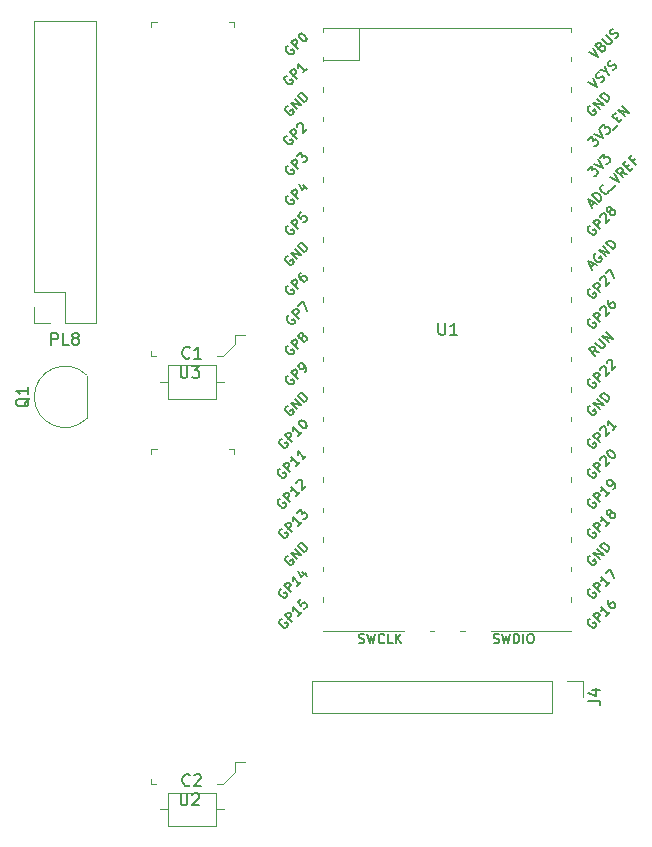
<source format=gbr>
G04 #@! TF.GenerationSoftware,KiCad,Pcbnew,5.1.5+dfsg1-2build2*
G04 #@! TF.CreationDate,2021-03-04T20:11:05+00:00*
G04 #@! TF.ProjectId,PicoMMC,5069636f-4d4d-4432-9e6b-696361645f70,rev?*
G04 #@! TF.SameCoordinates,Original*
G04 #@! TF.FileFunction,Legend,Top*
G04 #@! TF.FilePolarity,Positive*
%FSLAX46Y46*%
G04 Gerber Fmt 4.6, Leading zero omitted, Abs format (unit mm)*
G04 Created by KiCad (PCBNEW 5.1.5+dfsg1-2build2) date 2021-03-04 20:11:05*
%MOMM*%
%LPD*%
G04 APERTURE LIST*
%ADD10C,0.120000*%
%ADD11C,0.100000*%
%ADD12C,0.150000*%
G04 APERTURE END LIST*
D10*
X135830000Y-125035000D02*
X135830000Y-127695000D01*
X156210000Y-125035000D02*
X135830000Y-125035000D01*
X156210000Y-127695000D02*
X135830000Y-127695000D01*
X156210000Y-125035000D02*
X156210000Y-127695000D01*
X157480000Y-125035000D02*
X158810000Y-125035000D01*
X158810000Y-125035000D02*
X158810000Y-126365000D01*
X116785000Y-102765000D02*
X116785000Y-99165000D01*
X116773478Y-102803478D02*
G75*
G02X112335000Y-100965000I-1838478J1838478D01*
G01*
X116773478Y-99126522D02*
G75*
G03X112335000Y-100965000I-1838478J-1838478D01*
G01*
X117535000Y-94675000D02*
X114935000Y-94675000D01*
X117535000Y-94675000D02*
X117535000Y-69155000D01*
X117535000Y-69155000D02*
X112335000Y-69155000D01*
X112335000Y-92075000D02*
X112335000Y-69155000D01*
X114935000Y-92075000D02*
X112335000Y-92075000D01*
X114935000Y-94675000D02*
X114935000Y-92075000D01*
X112335000Y-94675000D02*
X112335000Y-93345000D01*
X113665000Y-94675000D02*
X112335000Y-94675000D01*
X123650000Y-134470000D02*
X123650000Y-137310000D01*
X123650000Y-137310000D02*
X127690000Y-137310000D01*
X127690000Y-137310000D02*
X127690000Y-134470000D01*
X127690000Y-134470000D02*
X123650000Y-134470000D01*
X122960000Y-135890000D02*
X123650000Y-135890000D01*
X128380000Y-135890000D02*
X127690000Y-135890000D01*
X123650000Y-98275000D02*
X123650000Y-101115000D01*
X123650000Y-101115000D02*
X127690000Y-101115000D01*
X127690000Y-101115000D02*
X127690000Y-98275000D01*
X127690000Y-98275000D02*
X123650000Y-98275000D01*
X122960000Y-99695000D02*
X123650000Y-99695000D01*
X128380000Y-99695000D02*
X127690000Y-99695000D01*
D11*
X122240000Y-69615000D02*
X122240000Y-69215000D01*
X122240000Y-69215000D02*
X122740000Y-69215000D01*
X129240000Y-69615000D02*
X129240000Y-69215000D01*
X129240000Y-69215000D02*
X128840000Y-69215000D01*
X129340000Y-95715000D02*
X130140000Y-95715000D01*
X127840000Y-97515000D02*
X128340000Y-97515000D01*
X128340000Y-97515000D02*
X129340000Y-96515000D01*
X129340000Y-96515000D02*
X129340000Y-95715000D01*
X122260000Y-97115000D02*
X122260000Y-97515000D01*
X122260000Y-97515000D02*
X122660000Y-97515000D01*
D10*
X148420000Y-120750000D02*
X148820000Y-120750000D01*
X145820000Y-120750000D02*
X146220000Y-120750000D01*
X157820000Y-120750000D02*
X151020000Y-120750000D01*
X157820000Y-110350000D02*
X157820000Y-110750000D01*
X157820000Y-102650000D02*
X157820000Y-103050000D01*
X157820000Y-77250000D02*
X157820000Y-77650000D01*
X157820000Y-69750000D02*
X157820000Y-70050000D01*
X157820000Y-92550000D02*
X157820000Y-92950000D01*
X157820000Y-107750000D02*
X157820000Y-108150000D01*
X157820000Y-87450000D02*
X157820000Y-87850000D01*
X157820000Y-82350000D02*
X157820000Y-82750000D01*
X157820000Y-95050000D02*
X157820000Y-95450000D01*
X157820000Y-100150000D02*
X157820000Y-100550000D01*
X157820000Y-115350000D02*
X157820000Y-115750000D01*
X157820000Y-117950000D02*
X157820000Y-118350000D01*
X157820000Y-112850000D02*
X157820000Y-113250000D01*
X157820000Y-79850000D02*
X157820000Y-80250000D01*
X157820000Y-72150000D02*
X157820000Y-72550000D01*
X157820000Y-74750000D02*
X157820000Y-75150000D01*
X157820000Y-105250000D02*
X157820000Y-105650000D01*
X157820000Y-97550000D02*
X157820000Y-97950000D01*
X157820000Y-89950000D02*
X157820000Y-90350000D01*
X157820000Y-84850000D02*
X157820000Y-85250000D01*
X136820000Y-117950000D02*
X136820000Y-118350000D01*
X136820000Y-115350000D02*
X136820000Y-115750000D01*
X136820000Y-112850000D02*
X136820000Y-113250000D01*
X136820000Y-110350000D02*
X136820000Y-110750000D01*
X136820000Y-107750000D02*
X136820000Y-108150000D01*
X136820000Y-105250000D02*
X136820000Y-105650000D01*
X136820000Y-102650000D02*
X136820000Y-103050000D01*
X136820000Y-100150000D02*
X136820000Y-100550000D01*
X136820000Y-97550000D02*
X136820000Y-97950000D01*
X136820000Y-95050000D02*
X136820000Y-95450000D01*
X136820000Y-92550000D02*
X136820000Y-92950000D01*
X136820000Y-89950000D02*
X136820000Y-90350000D01*
X136820000Y-87450000D02*
X136820000Y-87850000D01*
X136820000Y-84850000D02*
X136820000Y-85250000D01*
X136820000Y-82350000D02*
X136820000Y-82750000D01*
X136820000Y-79850000D02*
X136820000Y-80250000D01*
X136820000Y-77250000D02*
X136820000Y-77650000D01*
X136820000Y-74750000D02*
X136820000Y-75150000D01*
X136820000Y-72150000D02*
X136820000Y-72550000D01*
X136820000Y-69750000D02*
X136820000Y-70050000D01*
X139827000Y-72417000D02*
X139827000Y-69750000D01*
X136820000Y-72417000D02*
X139827000Y-72417000D01*
X143620000Y-120750000D02*
X136820000Y-120750000D01*
X136820000Y-69750000D02*
X157820000Y-69750000D01*
D11*
X122240000Y-105810000D02*
X122240000Y-105410000D01*
X122240000Y-105410000D02*
X122740000Y-105410000D01*
X129240000Y-105810000D02*
X129240000Y-105410000D01*
X129240000Y-105410000D02*
X128840000Y-105410000D01*
X129340000Y-131910000D02*
X130140000Y-131910000D01*
X127840000Y-133710000D02*
X128340000Y-133710000D01*
X128340000Y-133710000D02*
X129340000Y-132710000D01*
X129340000Y-132710000D02*
X129340000Y-131910000D01*
X122260000Y-133310000D02*
X122260000Y-133710000D01*
X122260000Y-133710000D02*
X122660000Y-133710000D01*
D12*
X159262380Y-126698333D02*
X159976666Y-126698333D01*
X160119523Y-126745952D01*
X160214761Y-126841190D01*
X160262380Y-126984047D01*
X160262380Y-127079285D01*
X159595714Y-125793571D02*
X160262380Y-125793571D01*
X159214761Y-126031666D02*
X159929047Y-126269761D01*
X159929047Y-125650714D01*
X111922619Y-101060238D02*
X111875000Y-101155476D01*
X111779761Y-101250714D01*
X111636904Y-101393571D01*
X111589285Y-101488809D01*
X111589285Y-101584047D01*
X111827380Y-101536428D02*
X111779761Y-101631666D01*
X111684523Y-101726904D01*
X111494047Y-101774523D01*
X111160714Y-101774523D01*
X110970238Y-101726904D01*
X110875000Y-101631666D01*
X110827380Y-101536428D01*
X110827380Y-101345952D01*
X110875000Y-101250714D01*
X110970238Y-101155476D01*
X111160714Y-101107857D01*
X111494047Y-101107857D01*
X111684523Y-101155476D01*
X111779761Y-101250714D01*
X111827380Y-101345952D01*
X111827380Y-101536428D01*
X111827380Y-100155476D02*
X111827380Y-100726904D01*
X111827380Y-100441190D02*
X110827380Y-100441190D01*
X110970238Y-100536428D01*
X111065476Y-100631666D01*
X111113095Y-100726904D01*
X113792142Y-96567380D02*
X113792142Y-95567380D01*
X114173095Y-95567380D01*
X114268333Y-95615000D01*
X114315952Y-95662619D01*
X114363571Y-95757857D01*
X114363571Y-95900714D01*
X114315952Y-95995952D01*
X114268333Y-96043571D01*
X114173095Y-96091190D01*
X113792142Y-96091190D01*
X115268333Y-96567380D02*
X114792142Y-96567380D01*
X114792142Y-95567380D01*
X115744523Y-95995952D02*
X115649285Y-95948333D01*
X115601666Y-95900714D01*
X115554047Y-95805476D01*
X115554047Y-95757857D01*
X115601666Y-95662619D01*
X115649285Y-95615000D01*
X115744523Y-95567380D01*
X115935000Y-95567380D01*
X116030238Y-95615000D01*
X116077857Y-95662619D01*
X116125476Y-95757857D01*
X116125476Y-95805476D01*
X116077857Y-95900714D01*
X116030238Y-95948333D01*
X115935000Y-95995952D01*
X115744523Y-95995952D01*
X115649285Y-96043571D01*
X115601666Y-96091190D01*
X115554047Y-96186428D01*
X115554047Y-96376904D01*
X115601666Y-96472142D01*
X115649285Y-96519761D01*
X115744523Y-96567380D01*
X115935000Y-96567380D01*
X116030238Y-96519761D01*
X116077857Y-96472142D01*
X116125476Y-96376904D01*
X116125476Y-96186428D01*
X116077857Y-96091190D01*
X116030238Y-96043571D01*
X115935000Y-95995952D01*
X125503333Y-133827142D02*
X125455714Y-133874761D01*
X125312857Y-133922380D01*
X125217619Y-133922380D01*
X125074761Y-133874761D01*
X124979523Y-133779523D01*
X124931904Y-133684285D01*
X124884285Y-133493809D01*
X124884285Y-133350952D01*
X124931904Y-133160476D01*
X124979523Y-133065238D01*
X125074761Y-132970000D01*
X125217619Y-132922380D01*
X125312857Y-132922380D01*
X125455714Y-132970000D01*
X125503333Y-133017619D01*
X125884285Y-133017619D02*
X125931904Y-132970000D01*
X126027142Y-132922380D01*
X126265238Y-132922380D01*
X126360476Y-132970000D01*
X126408095Y-133017619D01*
X126455714Y-133112857D01*
X126455714Y-133208095D01*
X126408095Y-133350952D01*
X125836666Y-133922380D01*
X126455714Y-133922380D01*
X125503333Y-97632142D02*
X125455714Y-97679761D01*
X125312857Y-97727380D01*
X125217619Y-97727380D01*
X125074761Y-97679761D01*
X124979523Y-97584523D01*
X124931904Y-97489285D01*
X124884285Y-97298809D01*
X124884285Y-97155952D01*
X124931904Y-96965476D01*
X124979523Y-96870238D01*
X125074761Y-96775000D01*
X125217619Y-96727380D01*
X125312857Y-96727380D01*
X125455714Y-96775000D01*
X125503333Y-96822619D01*
X126455714Y-97727380D02*
X125884285Y-97727380D01*
X126170000Y-97727380D02*
X126170000Y-96727380D01*
X126074761Y-96870238D01*
X125979523Y-96965476D01*
X125884285Y-97013095D01*
X124728095Y-98347380D02*
X124728095Y-99156904D01*
X124775714Y-99252142D01*
X124823333Y-99299761D01*
X124918571Y-99347380D01*
X125109047Y-99347380D01*
X125204285Y-99299761D01*
X125251904Y-99252142D01*
X125299523Y-99156904D01*
X125299523Y-98347380D01*
X125680476Y-98347380D02*
X126299523Y-98347380D01*
X125966190Y-98728333D01*
X126109047Y-98728333D01*
X126204285Y-98775952D01*
X126251904Y-98823571D01*
X126299523Y-98918809D01*
X126299523Y-99156904D01*
X126251904Y-99252142D01*
X126204285Y-99299761D01*
X126109047Y-99347380D01*
X125823333Y-99347380D01*
X125728095Y-99299761D01*
X125680476Y-99252142D01*
X146558095Y-94702380D02*
X146558095Y-95511904D01*
X146605714Y-95607142D01*
X146653333Y-95654761D01*
X146748571Y-95702380D01*
X146939047Y-95702380D01*
X147034285Y-95654761D01*
X147081904Y-95607142D01*
X147129523Y-95511904D01*
X147129523Y-94702380D01*
X148129523Y-95702380D02*
X147558095Y-95702380D01*
X147843809Y-95702380D02*
X147843809Y-94702380D01*
X147748571Y-94845238D01*
X147653333Y-94940476D01*
X147558095Y-94988095D01*
X133733096Y-73771218D02*
X133652284Y-73798155D01*
X133571471Y-73878967D01*
X133517597Y-73986717D01*
X133517597Y-74094467D01*
X133544534Y-74175279D01*
X133625346Y-74309966D01*
X133706158Y-74390778D01*
X133840845Y-74471590D01*
X133921658Y-74498528D01*
X134029407Y-74498528D01*
X134137157Y-74444653D01*
X134191032Y-74390778D01*
X134244906Y-74283028D01*
X134244906Y-74229154D01*
X134056345Y-74040592D01*
X133948595Y-74148341D01*
X134541218Y-74040592D02*
X133975532Y-73474906D01*
X134191032Y-73259407D01*
X134271844Y-73232470D01*
X134325719Y-73232470D01*
X134406531Y-73259407D01*
X134487343Y-73340219D01*
X134514280Y-73421032D01*
X134514280Y-73474906D01*
X134487343Y-73555719D01*
X134271844Y-73771218D01*
X135403215Y-73178595D02*
X135079966Y-73501844D01*
X135241590Y-73340219D02*
X134675905Y-72774534D01*
X134702842Y-72909221D01*
X134702842Y-73016971D01*
X134675905Y-73097783D01*
X133733096Y-78861218D02*
X133652284Y-78888155D01*
X133571471Y-78968967D01*
X133517597Y-79076717D01*
X133517597Y-79184467D01*
X133544534Y-79265279D01*
X133625346Y-79399966D01*
X133706158Y-79480778D01*
X133840845Y-79561590D01*
X133921658Y-79588528D01*
X134029407Y-79588528D01*
X134137157Y-79534653D01*
X134191032Y-79480778D01*
X134244906Y-79373028D01*
X134244906Y-79319154D01*
X134056345Y-79130592D01*
X133948595Y-79238341D01*
X134541218Y-79130592D02*
X133975532Y-78564906D01*
X134191032Y-78349407D01*
X134271844Y-78322470D01*
X134325719Y-78322470D01*
X134406531Y-78349407D01*
X134487343Y-78430219D01*
X134514280Y-78511032D01*
X134514280Y-78564906D01*
X134487343Y-78645719D01*
X134271844Y-78861218D01*
X134568155Y-78080033D02*
X134568155Y-78026158D01*
X134595093Y-77945346D01*
X134729780Y-77810659D01*
X134810592Y-77783722D01*
X134864467Y-77783722D01*
X134945279Y-77810659D01*
X134999154Y-77864534D01*
X135053028Y-77972284D01*
X135053028Y-78618781D01*
X135403215Y-78268595D01*
X133833096Y-71241218D02*
X133752284Y-71268155D01*
X133671471Y-71348967D01*
X133617597Y-71456717D01*
X133617597Y-71564467D01*
X133644534Y-71645279D01*
X133725346Y-71779966D01*
X133806158Y-71860778D01*
X133940845Y-71941590D01*
X134021658Y-71968528D01*
X134129407Y-71968528D01*
X134237157Y-71914653D01*
X134291032Y-71860778D01*
X134344906Y-71753028D01*
X134344906Y-71699154D01*
X134156345Y-71510592D01*
X134048595Y-71618341D01*
X134641218Y-71510592D02*
X134075532Y-70944906D01*
X134291032Y-70729407D01*
X134371844Y-70702470D01*
X134425719Y-70702470D01*
X134506531Y-70729407D01*
X134587343Y-70810219D01*
X134614280Y-70891032D01*
X134614280Y-70944906D01*
X134587343Y-71025719D01*
X134371844Y-71241218D01*
X134748967Y-70271471D02*
X134802842Y-70217597D01*
X134883654Y-70190659D01*
X134937529Y-70190659D01*
X135018341Y-70217597D01*
X135153028Y-70298409D01*
X135287715Y-70433096D01*
X135368528Y-70567783D01*
X135395465Y-70648595D01*
X135395465Y-70702470D01*
X135368528Y-70783282D01*
X135314653Y-70837157D01*
X135233841Y-70864094D01*
X135179966Y-70864094D01*
X135099154Y-70837157D01*
X134964467Y-70756345D01*
X134829780Y-70621658D01*
X134748967Y-70486971D01*
X134722030Y-70406158D01*
X134722030Y-70352284D01*
X134748967Y-70271471D01*
X133833096Y-81401218D02*
X133752284Y-81428155D01*
X133671471Y-81508967D01*
X133617597Y-81616717D01*
X133617597Y-81724467D01*
X133644534Y-81805279D01*
X133725346Y-81939966D01*
X133806158Y-82020778D01*
X133940845Y-82101590D01*
X134021658Y-82128528D01*
X134129407Y-82128528D01*
X134237157Y-82074653D01*
X134291032Y-82020778D01*
X134344906Y-81913028D01*
X134344906Y-81859154D01*
X134156345Y-81670592D01*
X134048595Y-81778341D01*
X134641218Y-81670592D02*
X134075532Y-81104906D01*
X134291032Y-80889407D01*
X134371844Y-80862470D01*
X134425719Y-80862470D01*
X134506531Y-80889407D01*
X134587343Y-80970219D01*
X134614280Y-81051032D01*
X134614280Y-81104906D01*
X134587343Y-81185719D01*
X134371844Y-81401218D01*
X134587343Y-80593096D02*
X134937529Y-80242910D01*
X134964467Y-80646971D01*
X135045279Y-80566158D01*
X135126091Y-80539221D01*
X135179966Y-80539221D01*
X135260778Y-80566158D01*
X135395465Y-80700845D01*
X135422402Y-80781658D01*
X135422402Y-80835532D01*
X135395465Y-80916345D01*
X135233841Y-81077969D01*
X135153028Y-81104906D01*
X135099154Y-81104906D01*
X133833096Y-83941218D02*
X133752284Y-83968155D01*
X133671471Y-84048967D01*
X133617597Y-84156717D01*
X133617597Y-84264467D01*
X133644534Y-84345279D01*
X133725346Y-84479966D01*
X133806158Y-84560778D01*
X133940845Y-84641590D01*
X134021658Y-84668528D01*
X134129407Y-84668528D01*
X134237157Y-84614653D01*
X134291032Y-84560778D01*
X134344906Y-84453028D01*
X134344906Y-84399154D01*
X134156345Y-84210592D01*
X134048595Y-84318341D01*
X134641218Y-84210592D02*
X134075532Y-83644906D01*
X134291032Y-83429407D01*
X134371844Y-83402470D01*
X134425719Y-83402470D01*
X134506531Y-83429407D01*
X134587343Y-83510219D01*
X134614280Y-83591032D01*
X134614280Y-83644906D01*
X134587343Y-83725719D01*
X134371844Y-83941218D01*
X135072216Y-83025346D02*
X135449340Y-83402470D01*
X134722030Y-82944534D02*
X134991404Y-83483282D01*
X135341590Y-83133096D01*
X133833096Y-86481218D02*
X133752284Y-86508155D01*
X133671471Y-86588967D01*
X133617597Y-86696717D01*
X133617597Y-86804467D01*
X133644534Y-86885279D01*
X133725346Y-87019966D01*
X133806158Y-87100778D01*
X133940845Y-87181590D01*
X134021658Y-87208528D01*
X134129407Y-87208528D01*
X134237157Y-87154653D01*
X134291032Y-87100778D01*
X134344906Y-86993028D01*
X134344906Y-86939154D01*
X134156345Y-86750592D01*
X134048595Y-86858341D01*
X134641218Y-86750592D02*
X134075532Y-86184906D01*
X134291032Y-85969407D01*
X134371844Y-85942470D01*
X134425719Y-85942470D01*
X134506531Y-85969407D01*
X134587343Y-86050219D01*
X134614280Y-86131032D01*
X134614280Y-86184906D01*
X134587343Y-86265719D01*
X134371844Y-86481218D01*
X134910592Y-85349847D02*
X134641218Y-85619221D01*
X134883654Y-85915532D01*
X134883654Y-85861658D01*
X134910592Y-85780845D01*
X135045279Y-85646158D01*
X135126091Y-85619221D01*
X135179966Y-85619221D01*
X135260778Y-85646158D01*
X135395465Y-85780845D01*
X135422402Y-85861658D01*
X135422402Y-85915532D01*
X135395465Y-85996345D01*
X135260778Y-86131032D01*
X135179966Y-86157969D01*
X135126091Y-86157969D01*
X133833096Y-91561218D02*
X133752284Y-91588155D01*
X133671471Y-91668967D01*
X133617597Y-91776717D01*
X133617597Y-91884467D01*
X133644534Y-91965279D01*
X133725346Y-92099966D01*
X133806158Y-92180778D01*
X133940845Y-92261590D01*
X134021658Y-92288528D01*
X134129407Y-92288528D01*
X134237157Y-92234653D01*
X134291032Y-92180778D01*
X134344906Y-92073028D01*
X134344906Y-92019154D01*
X134156345Y-91830592D01*
X134048595Y-91938341D01*
X134641218Y-91830592D02*
X134075532Y-91264906D01*
X134291032Y-91049407D01*
X134371844Y-91022470D01*
X134425719Y-91022470D01*
X134506531Y-91049407D01*
X134587343Y-91130219D01*
X134614280Y-91211032D01*
X134614280Y-91264906D01*
X134587343Y-91345719D01*
X134371844Y-91561218D01*
X134883654Y-90456784D02*
X134775905Y-90564534D01*
X134748967Y-90645346D01*
X134748967Y-90699221D01*
X134775905Y-90833908D01*
X134856717Y-90968595D01*
X135072216Y-91184094D01*
X135153028Y-91211032D01*
X135206903Y-91211032D01*
X135287715Y-91184094D01*
X135395465Y-91076345D01*
X135422402Y-90995532D01*
X135422402Y-90941658D01*
X135395465Y-90860845D01*
X135260778Y-90726158D01*
X135179966Y-90699221D01*
X135126091Y-90699221D01*
X135045279Y-90726158D01*
X134937529Y-90833908D01*
X134910592Y-90914720D01*
X134910592Y-90968595D01*
X134937529Y-91049407D01*
X133933096Y-94071218D02*
X133852284Y-94098155D01*
X133771471Y-94178967D01*
X133717597Y-94286717D01*
X133717597Y-94394467D01*
X133744534Y-94475279D01*
X133825346Y-94609966D01*
X133906158Y-94690778D01*
X134040845Y-94771590D01*
X134121658Y-94798528D01*
X134229407Y-94798528D01*
X134337157Y-94744653D01*
X134391032Y-94690778D01*
X134444906Y-94583028D01*
X134444906Y-94529154D01*
X134256345Y-94340592D01*
X134148595Y-94448341D01*
X134741218Y-94340592D02*
X134175532Y-93774906D01*
X134391032Y-93559407D01*
X134471844Y-93532470D01*
X134525719Y-93532470D01*
X134606531Y-93559407D01*
X134687343Y-93640219D01*
X134714280Y-93721032D01*
X134714280Y-93774906D01*
X134687343Y-93855719D01*
X134471844Y-94071218D01*
X134687343Y-93263096D02*
X135064467Y-92885972D01*
X135387715Y-93694094D01*
X133833096Y-96641218D02*
X133752284Y-96668155D01*
X133671471Y-96748967D01*
X133617597Y-96856717D01*
X133617597Y-96964467D01*
X133644534Y-97045279D01*
X133725346Y-97179966D01*
X133806158Y-97260778D01*
X133940845Y-97341590D01*
X134021658Y-97368528D01*
X134129407Y-97368528D01*
X134237157Y-97314653D01*
X134291032Y-97260778D01*
X134344906Y-97153028D01*
X134344906Y-97099154D01*
X134156345Y-96910592D01*
X134048595Y-97018341D01*
X134641218Y-96910592D02*
X134075532Y-96344906D01*
X134291032Y-96129407D01*
X134371844Y-96102470D01*
X134425719Y-96102470D01*
X134506531Y-96129407D01*
X134587343Y-96210219D01*
X134614280Y-96291032D01*
X134614280Y-96344906D01*
X134587343Y-96425719D01*
X134371844Y-96641218D01*
X134964467Y-95940845D02*
X134883654Y-95967783D01*
X134829780Y-95967783D01*
X134748967Y-95940845D01*
X134722030Y-95913908D01*
X134695093Y-95833096D01*
X134695093Y-95779221D01*
X134722030Y-95698409D01*
X134829780Y-95590659D01*
X134910592Y-95563722D01*
X134964467Y-95563722D01*
X135045279Y-95590659D01*
X135072216Y-95617597D01*
X135099154Y-95698409D01*
X135099154Y-95752284D01*
X135072216Y-95833096D01*
X134964467Y-95940845D01*
X134937529Y-96021658D01*
X134937529Y-96075532D01*
X134964467Y-96156345D01*
X135072216Y-96264094D01*
X135153028Y-96291032D01*
X135206903Y-96291032D01*
X135287715Y-96264094D01*
X135395465Y-96156345D01*
X135422402Y-96075532D01*
X135422402Y-96021658D01*
X135395465Y-95940845D01*
X135287715Y-95833096D01*
X135206903Y-95806158D01*
X135153028Y-95806158D01*
X135072216Y-95833096D01*
X133833096Y-99181218D02*
X133752284Y-99208155D01*
X133671471Y-99288967D01*
X133617597Y-99396717D01*
X133617597Y-99504467D01*
X133644534Y-99585279D01*
X133725346Y-99719966D01*
X133806158Y-99800778D01*
X133940845Y-99881590D01*
X134021658Y-99908528D01*
X134129407Y-99908528D01*
X134237157Y-99854653D01*
X134291032Y-99800778D01*
X134344906Y-99693028D01*
X134344906Y-99639154D01*
X134156345Y-99450592D01*
X134048595Y-99558341D01*
X134641218Y-99450592D02*
X134075532Y-98884906D01*
X134291032Y-98669407D01*
X134371844Y-98642470D01*
X134425719Y-98642470D01*
X134506531Y-98669407D01*
X134587343Y-98750219D01*
X134614280Y-98831032D01*
X134614280Y-98884906D01*
X134587343Y-98965719D01*
X134371844Y-99181218D01*
X135233841Y-98857969D02*
X135341590Y-98750219D01*
X135368528Y-98669407D01*
X135368528Y-98615532D01*
X135341590Y-98480845D01*
X135260778Y-98346158D01*
X135045279Y-98130659D01*
X134964467Y-98103722D01*
X134910592Y-98103722D01*
X134829780Y-98130659D01*
X134722030Y-98238409D01*
X134695093Y-98319221D01*
X134695093Y-98373096D01*
X134722030Y-98453908D01*
X134856717Y-98588595D01*
X134937529Y-98615532D01*
X134991404Y-98615532D01*
X135072216Y-98588595D01*
X135179966Y-98480845D01*
X135206903Y-98400033D01*
X135206903Y-98346158D01*
X135179966Y-98265346D01*
X133309722Y-104530592D02*
X133228910Y-104557529D01*
X133148097Y-104638341D01*
X133094223Y-104746091D01*
X133094223Y-104853841D01*
X133121160Y-104934653D01*
X133201972Y-105069340D01*
X133282784Y-105150152D01*
X133417471Y-105230964D01*
X133498284Y-105257902D01*
X133606033Y-105257902D01*
X133713783Y-105204027D01*
X133767658Y-105150152D01*
X133821532Y-105042402D01*
X133821532Y-104988528D01*
X133632971Y-104799966D01*
X133525221Y-104907715D01*
X134117844Y-104799966D02*
X133552158Y-104234280D01*
X133767658Y-104018781D01*
X133848470Y-103991844D01*
X133902345Y-103991844D01*
X133983157Y-104018781D01*
X134063969Y-104099593D01*
X134090906Y-104180406D01*
X134090906Y-104234280D01*
X134063969Y-104315093D01*
X133848470Y-104530592D01*
X134979841Y-103937969D02*
X134656592Y-104261218D01*
X134818216Y-104099593D02*
X134252531Y-103533908D01*
X134279468Y-103668595D01*
X134279468Y-103776345D01*
X134252531Y-103857157D01*
X134764341Y-103022097D02*
X134818216Y-102968223D01*
X134899028Y-102941285D01*
X134952903Y-102941285D01*
X135033715Y-102968223D01*
X135168402Y-103049035D01*
X135303089Y-103183722D01*
X135383902Y-103318409D01*
X135410839Y-103399221D01*
X135410839Y-103453096D01*
X135383902Y-103533908D01*
X135330027Y-103587783D01*
X135249215Y-103614720D01*
X135195340Y-103614720D01*
X135114528Y-103587783D01*
X134979841Y-103506971D01*
X134845154Y-103372284D01*
X134764341Y-103237597D01*
X134737404Y-103156784D01*
X134737404Y-103102910D01*
X134764341Y-103022097D01*
X133163722Y-107070592D02*
X133082910Y-107097529D01*
X133002097Y-107178341D01*
X132948223Y-107286091D01*
X132948223Y-107393841D01*
X132975160Y-107474653D01*
X133055972Y-107609340D01*
X133136784Y-107690152D01*
X133271471Y-107770964D01*
X133352284Y-107797902D01*
X133460033Y-107797902D01*
X133567783Y-107744027D01*
X133621658Y-107690152D01*
X133675532Y-107582402D01*
X133675532Y-107528528D01*
X133486971Y-107339966D01*
X133379221Y-107447715D01*
X133971844Y-107339966D02*
X133406158Y-106774280D01*
X133621658Y-106558781D01*
X133702470Y-106531844D01*
X133756345Y-106531844D01*
X133837157Y-106558781D01*
X133917969Y-106639593D01*
X133944906Y-106720406D01*
X133944906Y-106774280D01*
X133917969Y-106855093D01*
X133702470Y-107070592D01*
X134833841Y-106477969D02*
X134510592Y-106801218D01*
X134672216Y-106639593D02*
X134106531Y-106073908D01*
X134133468Y-106208595D01*
X134133468Y-106316345D01*
X134106531Y-106397157D01*
X135372589Y-105939221D02*
X135049340Y-106262470D01*
X135210964Y-106100845D02*
X134645279Y-105535160D01*
X134672216Y-105669847D01*
X134672216Y-105777597D01*
X134645279Y-105858409D01*
X133163722Y-109610592D02*
X133082910Y-109637529D01*
X133002097Y-109718341D01*
X132948223Y-109826091D01*
X132948223Y-109933841D01*
X132975160Y-110014653D01*
X133055972Y-110149340D01*
X133136784Y-110230152D01*
X133271471Y-110310964D01*
X133352284Y-110337902D01*
X133460033Y-110337902D01*
X133567783Y-110284027D01*
X133621658Y-110230152D01*
X133675532Y-110122402D01*
X133675532Y-110068528D01*
X133486971Y-109879966D01*
X133379221Y-109987715D01*
X133971844Y-109879966D02*
X133406158Y-109314280D01*
X133621658Y-109098781D01*
X133702470Y-109071844D01*
X133756345Y-109071844D01*
X133837157Y-109098781D01*
X133917969Y-109179593D01*
X133944906Y-109260406D01*
X133944906Y-109314280D01*
X133917969Y-109395093D01*
X133702470Y-109610592D01*
X134833841Y-109017969D02*
X134510592Y-109341218D01*
X134672216Y-109179593D02*
X134106531Y-108613908D01*
X134133468Y-108748595D01*
X134133468Y-108856345D01*
X134106531Y-108937157D01*
X134537529Y-108290659D02*
X134537529Y-108236784D01*
X134564467Y-108155972D01*
X134699154Y-108021285D01*
X134779966Y-107994348D01*
X134833841Y-107994348D01*
X134914653Y-108021285D01*
X134968528Y-108075160D01*
X135022402Y-108182910D01*
X135022402Y-108829407D01*
X135372589Y-108479221D01*
X133309722Y-112150592D02*
X133228910Y-112177529D01*
X133148097Y-112258341D01*
X133094223Y-112366091D01*
X133094223Y-112473841D01*
X133121160Y-112554653D01*
X133201972Y-112689340D01*
X133282784Y-112770152D01*
X133417471Y-112850964D01*
X133498284Y-112877902D01*
X133606033Y-112877902D01*
X133713783Y-112824027D01*
X133767658Y-112770152D01*
X133821532Y-112662402D01*
X133821532Y-112608528D01*
X133632971Y-112419966D01*
X133525221Y-112527715D01*
X134117844Y-112419966D02*
X133552158Y-111854280D01*
X133767658Y-111638781D01*
X133848470Y-111611844D01*
X133902345Y-111611844D01*
X133983157Y-111638781D01*
X134063969Y-111719593D01*
X134090906Y-111800406D01*
X134090906Y-111854280D01*
X134063969Y-111935093D01*
X133848470Y-112150592D01*
X134979841Y-111557969D02*
X134656592Y-111881218D01*
X134818216Y-111719593D02*
X134252531Y-111153908D01*
X134279468Y-111288595D01*
X134279468Y-111396345D01*
X134252531Y-111477157D01*
X134602717Y-110803722D02*
X134952903Y-110453536D01*
X134979841Y-110857597D01*
X135060653Y-110776784D01*
X135141465Y-110749847D01*
X135195340Y-110749847D01*
X135276152Y-110776784D01*
X135410839Y-110911471D01*
X135437776Y-110992284D01*
X135437776Y-111046158D01*
X135410839Y-111126971D01*
X135249215Y-111288595D01*
X135168402Y-111315532D01*
X135114528Y-111315532D01*
X133263722Y-117230592D02*
X133182910Y-117257529D01*
X133102097Y-117338341D01*
X133048223Y-117446091D01*
X133048223Y-117553841D01*
X133075160Y-117634653D01*
X133155972Y-117769340D01*
X133236784Y-117850152D01*
X133371471Y-117930964D01*
X133452284Y-117957902D01*
X133560033Y-117957902D01*
X133667783Y-117904027D01*
X133721658Y-117850152D01*
X133775532Y-117742402D01*
X133775532Y-117688528D01*
X133586971Y-117499966D01*
X133479221Y-117607715D01*
X134071844Y-117499966D02*
X133506158Y-116934280D01*
X133721658Y-116718781D01*
X133802470Y-116691844D01*
X133856345Y-116691844D01*
X133937157Y-116718781D01*
X134017969Y-116799593D01*
X134044906Y-116880406D01*
X134044906Y-116934280D01*
X134017969Y-117015093D01*
X133802470Y-117230592D01*
X134933841Y-116637969D02*
X134610592Y-116961218D01*
X134772216Y-116799593D02*
X134206531Y-116233908D01*
X134233468Y-116368595D01*
X134233468Y-116476345D01*
X134206531Y-116557157D01*
X135041590Y-115775972D02*
X135418714Y-116153096D01*
X134691404Y-115695160D02*
X134960778Y-116233908D01*
X135310964Y-115883722D01*
X133309722Y-119770592D02*
X133228910Y-119797529D01*
X133148097Y-119878341D01*
X133094223Y-119986091D01*
X133094223Y-120093841D01*
X133121160Y-120174653D01*
X133201972Y-120309340D01*
X133282784Y-120390152D01*
X133417471Y-120470964D01*
X133498284Y-120497902D01*
X133606033Y-120497902D01*
X133713783Y-120444027D01*
X133767658Y-120390152D01*
X133821532Y-120282402D01*
X133821532Y-120228528D01*
X133632971Y-120039966D01*
X133525221Y-120147715D01*
X134117844Y-120039966D02*
X133552158Y-119474280D01*
X133767658Y-119258781D01*
X133848470Y-119231844D01*
X133902345Y-119231844D01*
X133983157Y-119258781D01*
X134063969Y-119339593D01*
X134090906Y-119420406D01*
X134090906Y-119474280D01*
X134063969Y-119555093D01*
X133848470Y-119770592D01*
X134979841Y-119177969D02*
X134656592Y-119501218D01*
X134818216Y-119339593D02*
X134252531Y-118773908D01*
X134279468Y-118908595D01*
X134279468Y-119016345D01*
X134252531Y-119097157D01*
X134925966Y-118100473D02*
X134656592Y-118369847D01*
X134899028Y-118666158D01*
X134899028Y-118612284D01*
X134925966Y-118531471D01*
X135060653Y-118396784D01*
X135141465Y-118369847D01*
X135195340Y-118369847D01*
X135276152Y-118396784D01*
X135410839Y-118531471D01*
X135437776Y-118612284D01*
X135437776Y-118666158D01*
X135410839Y-118746971D01*
X135276152Y-118881658D01*
X135195340Y-118908595D01*
X135141465Y-118908595D01*
X159417722Y-119770592D02*
X159336910Y-119797529D01*
X159256097Y-119878341D01*
X159202223Y-119986091D01*
X159202223Y-120093841D01*
X159229160Y-120174653D01*
X159309972Y-120309340D01*
X159390784Y-120390152D01*
X159525471Y-120470964D01*
X159606284Y-120497902D01*
X159714033Y-120497902D01*
X159821783Y-120444027D01*
X159875658Y-120390152D01*
X159929532Y-120282402D01*
X159929532Y-120228528D01*
X159740971Y-120039966D01*
X159633221Y-120147715D01*
X160225844Y-120039966D02*
X159660158Y-119474280D01*
X159875658Y-119258781D01*
X159956470Y-119231844D01*
X160010345Y-119231844D01*
X160091157Y-119258781D01*
X160171969Y-119339593D01*
X160198906Y-119420406D01*
X160198906Y-119474280D01*
X160171969Y-119555093D01*
X159956470Y-119770592D01*
X161087841Y-119177969D02*
X160764592Y-119501218D01*
X160926216Y-119339593D02*
X160360531Y-118773908D01*
X160387468Y-118908595D01*
X160387468Y-119016345D01*
X160360531Y-119097157D01*
X161007028Y-118127410D02*
X160899279Y-118235160D01*
X160872341Y-118315972D01*
X160872341Y-118369847D01*
X160899279Y-118504534D01*
X160980091Y-118639221D01*
X161195590Y-118854720D01*
X161276402Y-118881658D01*
X161330277Y-118881658D01*
X161411089Y-118854720D01*
X161518839Y-118746971D01*
X161545776Y-118666158D01*
X161545776Y-118612284D01*
X161518839Y-118531471D01*
X161384152Y-118396784D01*
X161303340Y-118369847D01*
X161249465Y-118369847D01*
X161168653Y-118396784D01*
X161060903Y-118504534D01*
X161033966Y-118585346D01*
X161033966Y-118639221D01*
X161060903Y-118720033D01*
X159417722Y-117230592D02*
X159336910Y-117257529D01*
X159256097Y-117338341D01*
X159202223Y-117446091D01*
X159202223Y-117553841D01*
X159229160Y-117634653D01*
X159309972Y-117769340D01*
X159390784Y-117850152D01*
X159525471Y-117930964D01*
X159606284Y-117957902D01*
X159714033Y-117957902D01*
X159821783Y-117904027D01*
X159875658Y-117850152D01*
X159929532Y-117742402D01*
X159929532Y-117688528D01*
X159740971Y-117499966D01*
X159633221Y-117607715D01*
X160225844Y-117499966D02*
X159660158Y-116934280D01*
X159875658Y-116718781D01*
X159956470Y-116691844D01*
X160010345Y-116691844D01*
X160091157Y-116718781D01*
X160171969Y-116799593D01*
X160198906Y-116880406D01*
X160198906Y-116934280D01*
X160171969Y-117015093D01*
X159956470Y-117230592D01*
X161087841Y-116637969D02*
X160764592Y-116961218D01*
X160926216Y-116799593D02*
X160360531Y-116233908D01*
X160387468Y-116368595D01*
X160387468Y-116476345D01*
X160360531Y-116557157D01*
X160710717Y-115883722D02*
X161087841Y-115506598D01*
X161411089Y-116314720D01*
X159417722Y-112150592D02*
X159336910Y-112177529D01*
X159256097Y-112258341D01*
X159202223Y-112366091D01*
X159202223Y-112473841D01*
X159229160Y-112554653D01*
X159309972Y-112689340D01*
X159390784Y-112770152D01*
X159525471Y-112850964D01*
X159606284Y-112877902D01*
X159714033Y-112877902D01*
X159821783Y-112824027D01*
X159875658Y-112770152D01*
X159929532Y-112662402D01*
X159929532Y-112608528D01*
X159740971Y-112419966D01*
X159633221Y-112527715D01*
X160225844Y-112419966D02*
X159660158Y-111854280D01*
X159875658Y-111638781D01*
X159956470Y-111611844D01*
X160010345Y-111611844D01*
X160091157Y-111638781D01*
X160171969Y-111719593D01*
X160198906Y-111800406D01*
X160198906Y-111854280D01*
X160171969Y-111935093D01*
X159956470Y-112150592D01*
X161087841Y-111557969D02*
X160764592Y-111881218D01*
X160926216Y-111719593D02*
X160360531Y-111153908D01*
X160387468Y-111288595D01*
X160387468Y-111396345D01*
X160360531Y-111477157D01*
X161087841Y-110911471D02*
X161007028Y-110938409D01*
X160953154Y-110938409D01*
X160872341Y-110911471D01*
X160845404Y-110884534D01*
X160818467Y-110803722D01*
X160818467Y-110749847D01*
X160845404Y-110669035D01*
X160953154Y-110561285D01*
X161033966Y-110534348D01*
X161087841Y-110534348D01*
X161168653Y-110561285D01*
X161195590Y-110588223D01*
X161222528Y-110669035D01*
X161222528Y-110722910D01*
X161195590Y-110803722D01*
X161087841Y-110911471D01*
X161060903Y-110992284D01*
X161060903Y-111046158D01*
X161087841Y-111126971D01*
X161195590Y-111234720D01*
X161276402Y-111261658D01*
X161330277Y-111261658D01*
X161411089Y-111234720D01*
X161518839Y-111126971D01*
X161545776Y-111046158D01*
X161545776Y-110992284D01*
X161518839Y-110911471D01*
X161411089Y-110803722D01*
X161330277Y-110776784D01*
X161276402Y-110776784D01*
X161195590Y-110803722D01*
X159417722Y-109610592D02*
X159336910Y-109637529D01*
X159256097Y-109718341D01*
X159202223Y-109826091D01*
X159202223Y-109933841D01*
X159229160Y-110014653D01*
X159309972Y-110149340D01*
X159390784Y-110230152D01*
X159525471Y-110310964D01*
X159606284Y-110337902D01*
X159714033Y-110337902D01*
X159821783Y-110284027D01*
X159875658Y-110230152D01*
X159929532Y-110122402D01*
X159929532Y-110068528D01*
X159740971Y-109879966D01*
X159633221Y-109987715D01*
X160225844Y-109879966D02*
X159660158Y-109314280D01*
X159875658Y-109098781D01*
X159956470Y-109071844D01*
X160010345Y-109071844D01*
X160091157Y-109098781D01*
X160171969Y-109179593D01*
X160198906Y-109260406D01*
X160198906Y-109314280D01*
X160171969Y-109395093D01*
X159956470Y-109610592D01*
X161087841Y-109017969D02*
X160764592Y-109341218D01*
X160926216Y-109179593D02*
X160360531Y-108613908D01*
X160387468Y-108748595D01*
X160387468Y-108856345D01*
X160360531Y-108937157D01*
X161357215Y-108748595D02*
X161464964Y-108640845D01*
X161491902Y-108560033D01*
X161491902Y-108506158D01*
X161464964Y-108371471D01*
X161384152Y-108236784D01*
X161168653Y-108021285D01*
X161087841Y-107994348D01*
X161033966Y-107994348D01*
X160953154Y-108021285D01*
X160845404Y-108129035D01*
X160818467Y-108209847D01*
X160818467Y-108263722D01*
X160845404Y-108344534D01*
X160980091Y-108479221D01*
X161060903Y-108506158D01*
X161114778Y-108506158D01*
X161195590Y-108479221D01*
X161303340Y-108371471D01*
X161330277Y-108290659D01*
X161330277Y-108236784D01*
X161303340Y-108155972D01*
X159417722Y-107070592D02*
X159336910Y-107097529D01*
X159256097Y-107178341D01*
X159202223Y-107286091D01*
X159202223Y-107393841D01*
X159229160Y-107474653D01*
X159309972Y-107609340D01*
X159390784Y-107690152D01*
X159525471Y-107770964D01*
X159606284Y-107797902D01*
X159714033Y-107797902D01*
X159821783Y-107744027D01*
X159875658Y-107690152D01*
X159929532Y-107582402D01*
X159929532Y-107528528D01*
X159740971Y-107339966D01*
X159633221Y-107447715D01*
X160225844Y-107339966D02*
X159660158Y-106774280D01*
X159875658Y-106558781D01*
X159956470Y-106531844D01*
X160010345Y-106531844D01*
X160091157Y-106558781D01*
X160171969Y-106639593D01*
X160198906Y-106720406D01*
X160198906Y-106774280D01*
X160171969Y-106855093D01*
X159956470Y-107070592D01*
X160252781Y-106289407D02*
X160252781Y-106235532D01*
X160279719Y-106154720D01*
X160414406Y-106020033D01*
X160495218Y-105993096D01*
X160549093Y-105993096D01*
X160629905Y-106020033D01*
X160683780Y-106073908D01*
X160737654Y-106181658D01*
X160737654Y-106828155D01*
X161087841Y-106477969D01*
X160872341Y-105562097D02*
X160926216Y-105508223D01*
X161007028Y-105481285D01*
X161060903Y-105481285D01*
X161141715Y-105508223D01*
X161276402Y-105589035D01*
X161411089Y-105723722D01*
X161491902Y-105858409D01*
X161518839Y-105939221D01*
X161518839Y-105993096D01*
X161491902Y-106073908D01*
X161438027Y-106127783D01*
X161357215Y-106154720D01*
X161303340Y-106154720D01*
X161222528Y-106127783D01*
X161087841Y-106046971D01*
X160953154Y-105912284D01*
X160872341Y-105777597D01*
X160845404Y-105696784D01*
X160845404Y-105642910D01*
X160872341Y-105562097D01*
X159417722Y-104540592D02*
X159336910Y-104567529D01*
X159256097Y-104648341D01*
X159202223Y-104756091D01*
X159202223Y-104863841D01*
X159229160Y-104944653D01*
X159309972Y-105079340D01*
X159390784Y-105160152D01*
X159525471Y-105240964D01*
X159606284Y-105267902D01*
X159714033Y-105267902D01*
X159821783Y-105214027D01*
X159875658Y-105160152D01*
X159929532Y-105052402D01*
X159929532Y-104998528D01*
X159740971Y-104809966D01*
X159633221Y-104917715D01*
X160225844Y-104809966D02*
X159660158Y-104244280D01*
X159875658Y-104028781D01*
X159956470Y-104001844D01*
X160010345Y-104001844D01*
X160091157Y-104028781D01*
X160171969Y-104109593D01*
X160198906Y-104190406D01*
X160198906Y-104244280D01*
X160171969Y-104325093D01*
X159956470Y-104540592D01*
X160252781Y-103759407D02*
X160252781Y-103705532D01*
X160279719Y-103624720D01*
X160414406Y-103490033D01*
X160495218Y-103463096D01*
X160549093Y-103463096D01*
X160629905Y-103490033D01*
X160683780Y-103543908D01*
X160737654Y-103651658D01*
X160737654Y-104298155D01*
X161087841Y-103947969D01*
X161626589Y-103409221D02*
X161303340Y-103732470D01*
X161464964Y-103570845D02*
X160899279Y-103005160D01*
X160926216Y-103139847D01*
X160926216Y-103247597D01*
X160899279Y-103328409D01*
X159417722Y-99450592D02*
X159336910Y-99477529D01*
X159256097Y-99558341D01*
X159202223Y-99666091D01*
X159202223Y-99773841D01*
X159229160Y-99854653D01*
X159309972Y-99989340D01*
X159390784Y-100070152D01*
X159525471Y-100150964D01*
X159606284Y-100177902D01*
X159714033Y-100177902D01*
X159821783Y-100124027D01*
X159875658Y-100070152D01*
X159929532Y-99962402D01*
X159929532Y-99908528D01*
X159740971Y-99719966D01*
X159633221Y-99827715D01*
X160225844Y-99719966D02*
X159660158Y-99154280D01*
X159875658Y-98938781D01*
X159956470Y-98911844D01*
X160010345Y-98911844D01*
X160091157Y-98938781D01*
X160171969Y-99019593D01*
X160198906Y-99100406D01*
X160198906Y-99154280D01*
X160171969Y-99235093D01*
X159956470Y-99450592D01*
X160252781Y-98669407D02*
X160252781Y-98615532D01*
X160279719Y-98534720D01*
X160414406Y-98400033D01*
X160495218Y-98373096D01*
X160549093Y-98373096D01*
X160629905Y-98400033D01*
X160683780Y-98453908D01*
X160737654Y-98561658D01*
X160737654Y-99208155D01*
X161087841Y-98857969D01*
X160791529Y-98130659D02*
X160791529Y-98076784D01*
X160818467Y-97995972D01*
X160953154Y-97861285D01*
X161033966Y-97834348D01*
X161087841Y-97834348D01*
X161168653Y-97861285D01*
X161222528Y-97915160D01*
X161276402Y-98022910D01*
X161276402Y-98669407D01*
X161626589Y-98319221D01*
X160158375Y-97193435D02*
X159700439Y-97112622D01*
X159835126Y-97516683D02*
X159269441Y-96950998D01*
X159484940Y-96735499D01*
X159565752Y-96708561D01*
X159619627Y-96708561D01*
X159700439Y-96735499D01*
X159781251Y-96816311D01*
X159808189Y-96897123D01*
X159808189Y-96950998D01*
X159781251Y-97031810D01*
X159565752Y-97247309D01*
X159835126Y-96385312D02*
X160293062Y-96843248D01*
X160373874Y-96870186D01*
X160427749Y-96870186D01*
X160508561Y-96843248D01*
X160616311Y-96735499D01*
X160643248Y-96654687D01*
X160643248Y-96600812D01*
X160616311Y-96519999D01*
X160158375Y-96062064D01*
X160993435Y-96358375D02*
X160427749Y-95792690D01*
X161316683Y-96035126D01*
X160750998Y-95469441D01*
X159417722Y-94370592D02*
X159336910Y-94397529D01*
X159256097Y-94478341D01*
X159202223Y-94586091D01*
X159202223Y-94693841D01*
X159229160Y-94774653D01*
X159309972Y-94909340D01*
X159390784Y-94990152D01*
X159525471Y-95070964D01*
X159606284Y-95097902D01*
X159714033Y-95097902D01*
X159821783Y-95044027D01*
X159875658Y-94990152D01*
X159929532Y-94882402D01*
X159929532Y-94828528D01*
X159740971Y-94639966D01*
X159633221Y-94747715D01*
X160225844Y-94639966D02*
X159660158Y-94074280D01*
X159875658Y-93858781D01*
X159956470Y-93831844D01*
X160010345Y-93831844D01*
X160091157Y-93858781D01*
X160171969Y-93939593D01*
X160198906Y-94020406D01*
X160198906Y-94074280D01*
X160171969Y-94155093D01*
X159956470Y-94370592D01*
X160252781Y-93589407D02*
X160252781Y-93535532D01*
X160279719Y-93454720D01*
X160414406Y-93320033D01*
X160495218Y-93293096D01*
X160549093Y-93293096D01*
X160629905Y-93320033D01*
X160683780Y-93373908D01*
X160737654Y-93481658D01*
X160737654Y-94128155D01*
X161087841Y-93777969D01*
X161007028Y-92727410D02*
X160899279Y-92835160D01*
X160872341Y-92915972D01*
X160872341Y-92969847D01*
X160899279Y-93104534D01*
X160980091Y-93239221D01*
X161195590Y-93454720D01*
X161276402Y-93481658D01*
X161330277Y-93481658D01*
X161411089Y-93454720D01*
X161518839Y-93346971D01*
X161545776Y-93266158D01*
X161545776Y-93212284D01*
X161518839Y-93131471D01*
X161384152Y-92996784D01*
X161303340Y-92969847D01*
X161249465Y-92969847D01*
X161168653Y-92996784D01*
X161060903Y-93104534D01*
X161033966Y-93185346D01*
X161033966Y-93239221D01*
X161060903Y-93320033D01*
X159417722Y-91840592D02*
X159336910Y-91867529D01*
X159256097Y-91948341D01*
X159202223Y-92056091D01*
X159202223Y-92163841D01*
X159229160Y-92244653D01*
X159309972Y-92379340D01*
X159390784Y-92460152D01*
X159525471Y-92540964D01*
X159606284Y-92567902D01*
X159714033Y-92567902D01*
X159821783Y-92514027D01*
X159875658Y-92460152D01*
X159929532Y-92352402D01*
X159929532Y-92298528D01*
X159740971Y-92109966D01*
X159633221Y-92217715D01*
X160225844Y-92109966D02*
X159660158Y-91544280D01*
X159875658Y-91328781D01*
X159956470Y-91301844D01*
X160010345Y-91301844D01*
X160091157Y-91328781D01*
X160171969Y-91409593D01*
X160198906Y-91490406D01*
X160198906Y-91544280D01*
X160171969Y-91625093D01*
X159956470Y-91840592D01*
X160252781Y-91059407D02*
X160252781Y-91005532D01*
X160279719Y-90924720D01*
X160414406Y-90790033D01*
X160495218Y-90763096D01*
X160549093Y-90763096D01*
X160629905Y-90790033D01*
X160683780Y-90843908D01*
X160737654Y-90951658D01*
X160737654Y-91598155D01*
X161087841Y-91247969D01*
X160710717Y-90493722D02*
X161087841Y-90116598D01*
X161411089Y-90924720D01*
X159417722Y-86496592D02*
X159336910Y-86523529D01*
X159256097Y-86604341D01*
X159202223Y-86712091D01*
X159202223Y-86819841D01*
X159229160Y-86900653D01*
X159309972Y-87035340D01*
X159390784Y-87116152D01*
X159525471Y-87196964D01*
X159606284Y-87223902D01*
X159714033Y-87223902D01*
X159821783Y-87170027D01*
X159875658Y-87116152D01*
X159929532Y-87008402D01*
X159929532Y-86954528D01*
X159740971Y-86765966D01*
X159633221Y-86873715D01*
X160225844Y-86765966D02*
X159660158Y-86200280D01*
X159875658Y-85984781D01*
X159956470Y-85957844D01*
X160010345Y-85957844D01*
X160091157Y-85984781D01*
X160171969Y-86065593D01*
X160198906Y-86146406D01*
X160198906Y-86200280D01*
X160171969Y-86281093D01*
X159956470Y-86496592D01*
X160252781Y-85715407D02*
X160252781Y-85661532D01*
X160279719Y-85580720D01*
X160414406Y-85446033D01*
X160495218Y-85419096D01*
X160549093Y-85419096D01*
X160629905Y-85446033D01*
X160683780Y-85499908D01*
X160737654Y-85607658D01*
X160737654Y-86254155D01*
X161087841Y-85903969D01*
X161087841Y-85257471D02*
X161007028Y-85284409D01*
X160953154Y-85284409D01*
X160872341Y-85257471D01*
X160845404Y-85230534D01*
X160818467Y-85149722D01*
X160818467Y-85095847D01*
X160845404Y-85015035D01*
X160953154Y-84907285D01*
X161033966Y-84880348D01*
X161087841Y-84880348D01*
X161168653Y-84907285D01*
X161195590Y-84934223D01*
X161222528Y-85015035D01*
X161222528Y-85068910D01*
X161195590Y-85149722D01*
X161087841Y-85257471D01*
X161060903Y-85338284D01*
X161060903Y-85392158D01*
X161087841Y-85472971D01*
X161195590Y-85580720D01*
X161276402Y-85607658D01*
X161330277Y-85607658D01*
X161411089Y-85580720D01*
X161518839Y-85472971D01*
X161545776Y-85392158D01*
X161545776Y-85338284D01*
X161518839Y-85257471D01*
X161411089Y-85149722D01*
X161330277Y-85122784D01*
X161276402Y-85122784D01*
X161195590Y-85149722D01*
X159474788Y-84783773D02*
X159744162Y-84514399D01*
X159582537Y-84999272D02*
X159205414Y-84245025D01*
X159959661Y-84622149D01*
X160148223Y-84433587D02*
X159582537Y-83867902D01*
X159717224Y-83733215D01*
X159824974Y-83679340D01*
X159932723Y-83679340D01*
X160013536Y-83706277D01*
X160148223Y-83787089D01*
X160229035Y-83867902D01*
X160309847Y-84002589D01*
X160336784Y-84083401D01*
X160336784Y-84191150D01*
X160282910Y-84298900D01*
X160148223Y-84433587D01*
X160983282Y-83490778D02*
X160983282Y-83544653D01*
X160929407Y-83652402D01*
X160875532Y-83706277D01*
X160767783Y-83760152D01*
X160660033Y-83760152D01*
X160579221Y-83733215D01*
X160444534Y-83652402D01*
X160363722Y-83571590D01*
X160282910Y-83436903D01*
X160255972Y-83356091D01*
X160255972Y-83248341D01*
X160309847Y-83140592D01*
X160363722Y-83086717D01*
X160471471Y-83032842D01*
X160525346Y-83032842D01*
X161198781Y-83490778D02*
X161629780Y-83059780D01*
X161064094Y-82386345D02*
X161818341Y-82763468D01*
X161441218Y-82009221D01*
X162518714Y-82063096D02*
X162060778Y-81982284D01*
X162195465Y-82386345D02*
X161629780Y-81820659D01*
X161845279Y-81605160D01*
X161926091Y-81578223D01*
X161979966Y-81578223D01*
X162060778Y-81605160D01*
X162141590Y-81685972D01*
X162168528Y-81766784D01*
X162168528Y-81820659D01*
X162141590Y-81901471D01*
X161926091Y-82116971D01*
X162464839Y-81524348D02*
X162653401Y-81335786D01*
X163030524Y-81551285D02*
X162761150Y-81820659D01*
X162195465Y-81254974D01*
X162464839Y-80985600D01*
X163165211Y-80823975D02*
X162976650Y-81012537D01*
X163272961Y-81308849D02*
X162707276Y-80743163D01*
X162976650Y-80473789D01*
X159209847Y-81740592D02*
X159560033Y-81390406D01*
X159586971Y-81794467D01*
X159667783Y-81713654D01*
X159748595Y-81686717D01*
X159802470Y-81686717D01*
X159883282Y-81713654D01*
X160017969Y-81848341D01*
X160044906Y-81929154D01*
X160044906Y-81983028D01*
X160017969Y-82063841D01*
X159856345Y-82225465D01*
X159775532Y-82252402D01*
X159721658Y-82252402D01*
X159721658Y-81228781D02*
X160475905Y-81605905D01*
X160098781Y-80851658D01*
X160233468Y-80716971D02*
X160583654Y-80366784D01*
X160610592Y-80770845D01*
X160691404Y-80690033D01*
X160772216Y-80663096D01*
X160826091Y-80663096D01*
X160906903Y-80690033D01*
X161041590Y-80824720D01*
X161068528Y-80905532D01*
X161068528Y-80959407D01*
X161041590Y-81040219D01*
X160879966Y-81201844D01*
X160799154Y-81228781D01*
X160745279Y-81228781D01*
X159242131Y-79208308D02*
X159592317Y-78858122D01*
X159619255Y-79262183D01*
X159700067Y-79181370D01*
X159780879Y-79154433D01*
X159834754Y-79154433D01*
X159915566Y-79181370D01*
X160050253Y-79316057D01*
X160077190Y-79396870D01*
X160077190Y-79450744D01*
X160050253Y-79531557D01*
X159888629Y-79693181D01*
X159807816Y-79720118D01*
X159753942Y-79720118D01*
X159753942Y-78696497D02*
X160508189Y-79073621D01*
X160131065Y-78319374D01*
X160265752Y-78184687D02*
X160615938Y-77834500D01*
X160642876Y-78238561D01*
X160723688Y-78157749D01*
X160804500Y-78130812D01*
X160858375Y-78130812D01*
X160939187Y-78157749D01*
X161073874Y-78292436D01*
X161100812Y-78373248D01*
X161100812Y-78427123D01*
X161073874Y-78507935D01*
X160912250Y-78669560D01*
X160831438Y-78696497D01*
X160777563Y-78696497D01*
X161343248Y-78346311D02*
X161774247Y-77915312D01*
X161558748Y-77430439D02*
X161747309Y-77241877D01*
X162124433Y-77457377D02*
X161855059Y-77726751D01*
X161289374Y-77161065D01*
X161558748Y-76891691D01*
X162366870Y-77214940D02*
X161801184Y-76649255D01*
X162690118Y-76891691D01*
X162124433Y-76326006D01*
X159240473Y-74319966D02*
X159994720Y-74697089D01*
X159617597Y-73942842D01*
X160317969Y-74319966D02*
X160425719Y-74266091D01*
X160560406Y-74131404D01*
X160587343Y-74050592D01*
X160587343Y-73996717D01*
X160560406Y-73915905D01*
X160506531Y-73862030D01*
X160425719Y-73835093D01*
X160371844Y-73835093D01*
X160291032Y-73862030D01*
X160156345Y-73942842D01*
X160075532Y-73969780D01*
X160021658Y-73969780D01*
X159940845Y-73942842D01*
X159886971Y-73888967D01*
X159860033Y-73808155D01*
X159860033Y-73754280D01*
X159886971Y-73673468D01*
X160021658Y-73538781D01*
X160129407Y-73484906D01*
X160748967Y-73404094D02*
X161018341Y-73673468D01*
X160264094Y-73296345D02*
X160748967Y-73404094D01*
X160641218Y-72919221D01*
X161341590Y-73296345D02*
X161449340Y-73242470D01*
X161584027Y-73107783D01*
X161610964Y-73026971D01*
X161610964Y-72973096D01*
X161584027Y-72892284D01*
X161530152Y-72838409D01*
X161449340Y-72811471D01*
X161395465Y-72811471D01*
X161314653Y-72838409D01*
X161179966Y-72919221D01*
X161099154Y-72946158D01*
X161045279Y-72946158D01*
X160964467Y-72919221D01*
X160910592Y-72865346D01*
X160883654Y-72784534D01*
X160883654Y-72730659D01*
X160910592Y-72649847D01*
X161045279Y-72515160D01*
X161153028Y-72461285D01*
X159273129Y-71777309D02*
X160027377Y-72154433D01*
X159650253Y-71400186D01*
X160296751Y-71292436D02*
X160404500Y-71238561D01*
X160458375Y-71238561D01*
X160539187Y-71265499D01*
X160620000Y-71346311D01*
X160646937Y-71427123D01*
X160646937Y-71480998D01*
X160620000Y-71561810D01*
X160404500Y-71777309D01*
X159838815Y-71211624D01*
X160027377Y-71023062D01*
X160108189Y-70996125D01*
X160162064Y-70996125D01*
X160242876Y-71023062D01*
X160296751Y-71076937D01*
X160323688Y-71157749D01*
X160323688Y-71211624D01*
X160296751Y-71292436D01*
X160108189Y-71480998D01*
X160404500Y-70645938D02*
X160862436Y-71103874D01*
X160943248Y-71130812D01*
X160997123Y-71130812D01*
X161077935Y-71103874D01*
X161185685Y-70996125D01*
X161212622Y-70915312D01*
X161212622Y-70861438D01*
X161185685Y-70780625D01*
X160727749Y-70322690D01*
X161508934Y-70619001D02*
X161616683Y-70565126D01*
X161751370Y-70430439D01*
X161778308Y-70349627D01*
X161778308Y-70295752D01*
X161751370Y-70214940D01*
X161697496Y-70161065D01*
X161616683Y-70134128D01*
X161562809Y-70134128D01*
X161481996Y-70161065D01*
X161347309Y-70241877D01*
X161266497Y-70268815D01*
X161212622Y-70268815D01*
X161131810Y-70241877D01*
X161077935Y-70188003D01*
X161050998Y-70107190D01*
X161050998Y-70053316D01*
X161077935Y-69972503D01*
X161212622Y-69837816D01*
X161320372Y-69783942D01*
X133806158Y-76348155D02*
X133725346Y-76375093D01*
X133644534Y-76455905D01*
X133590659Y-76563654D01*
X133590659Y-76671404D01*
X133617597Y-76752216D01*
X133698409Y-76886903D01*
X133779221Y-76967715D01*
X133913908Y-77048528D01*
X133994720Y-77075465D01*
X134102470Y-77075465D01*
X134210219Y-77021590D01*
X134264094Y-76967715D01*
X134317969Y-76859966D01*
X134317969Y-76806091D01*
X134129407Y-76617529D01*
X134021658Y-76725279D01*
X134614280Y-76617529D02*
X134048595Y-76051844D01*
X134937529Y-76294280D01*
X134371844Y-75728595D01*
X135206903Y-76024906D02*
X134641218Y-75459221D01*
X134775905Y-75324534D01*
X134883654Y-75270659D01*
X134991404Y-75270659D01*
X135072216Y-75297597D01*
X135206903Y-75378409D01*
X135287715Y-75459221D01*
X135368528Y-75593908D01*
X135395465Y-75674720D01*
X135395465Y-75782470D01*
X135341590Y-75890219D01*
X135206903Y-76024906D01*
X133806158Y-89048155D02*
X133725346Y-89075093D01*
X133644534Y-89155905D01*
X133590659Y-89263654D01*
X133590659Y-89371404D01*
X133617597Y-89452216D01*
X133698409Y-89586903D01*
X133779221Y-89667715D01*
X133913908Y-89748528D01*
X133994720Y-89775465D01*
X134102470Y-89775465D01*
X134210219Y-89721590D01*
X134264094Y-89667715D01*
X134317969Y-89559966D01*
X134317969Y-89506091D01*
X134129407Y-89317529D01*
X134021658Y-89425279D01*
X134614280Y-89317529D02*
X134048595Y-88751844D01*
X134937529Y-88994280D01*
X134371844Y-88428595D01*
X135206903Y-88724906D02*
X134641218Y-88159221D01*
X134775905Y-88024534D01*
X134883654Y-87970659D01*
X134991404Y-87970659D01*
X135072216Y-87997597D01*
X135206903Y-88078409D01*
X135287715Y-88159221D01*
X135368528Y-88293908D01*
X135395465Y-88374720D01*
X135395465Y-88482470D01*
X135341590Y-88590219D01*
X135206903Y-88724906D01*
X133806158Y-101748155D02*
X133725346Y-101775093D01*
X133644534Y-101855905D01*
X133590659Y-101963654D01*
X133590659Y-102071404D01*
X133617597Y-102152216D01*
X133698409Y-102286903D01*
X133779221Y-102367715D01*
X133913908Y-102448528D01*
X133994720Y-102475465D01*
X134102470Y-102475465D01*
X134210219Y-102421590D01*
X134264094Y-102367715D01*
X134317969Y-102259966D01*
X134317969Y-102206091D01*
X134129407Y-102017529D01*
X134021658Y-102125279D01*
X134614280Y-102017529D02*
X134048595Y-101451844D01*
X134937529Y-101694280D01*
X134371844Y-101128595D01*
X135206903Y-101424906D02*
X134641218Y-100859221D01*
X134775905Y-100724534D01*
X134883654Y-100670659D01*
X134991404Y-100670659D01*
X135072216Y-100697597D01*
X135206903Y-100778409D01*
X135287715Y-100859221D01*
X135368528Y-100993908D01*
X135395465Y-101074720D01*
X135395465Y-101182470D01*
X135341590Y-101290219D01*
X135206903Y-101424906D01*
X133806158Y-114448155D02*
X133725346Y-114475093D01*
X133644534Y-114555905D01*
X133590659Y-114663654D01*
X133590659Y-114771404D01*
X133617597Y-114852216D01*
X133698409Y-114986903D01*
X133779221Y-115067715D01*
X133913908Y-115148528D01*
X133994720Y-115175465D01*
X134102470Y-115175465D01*
X134210219Y-115121590D01*
X134264094Y-115067715D01*
X134317969Y-114959966D01*
X134317969Y-114906091D01*
X134129407Y-114717529D01*
X134021658Y-114825279D01*
X134614280Y-114717529D02*
X134048595Y-114151844D01*
X134937529Y-114394280D01*
X134371844Y-113828595D01*
X135206903Y-114124906D02*
X134641218Y-113559221D01*
X134775905Y-113424534D01*
X134883654Y-113370659D01*
X134991404Y-113370659D01*
X135072216Y-113397597D01*
X135206903Y-113478409D01*
X135287715Y-113559221D01*
X135368528Y-113693908D01*
X135395465Y-113774720D01*
X135395465Y-113882470D01*
X135341590Y-113990219D01*
X135206903Y-114124906D01*
X159406158Y-114448155D02*
X159325346Y-114475093D01*
X159244534Y-114555905D01*
X159190659Y-114663654D01*
X159190659Y-114771404D01*
X159217597Y-114852216D01*
X159298409Y-114986903D01*
X159379221Y-115067715D01*
X159513908Y-115148528D01*
X159594720Y-115175465D01*
X159702470Y-115175465D01*
X159810219Y-115121590D01*
X159864094Y-115067715D01*
X159917969Y-114959966D01*
X159917969Y-114906091D01*
X159729407Y-114717529D01*
X159621658Y-114825279D01*
X160214280Y-114717529D02*
X159648595Y-114151844D01*
X160537529Y-114394280D01*
X159971844Y-113828595D01*
X160806903Y-114124906D02*
X160241218Y-113559221D01*
X160375905Y-113424534D01*
X160483654Y-113370659D01*
X160591404Y-113370659D01*
X160672216Y-113397597D01*
X160806903Y-113478409D01*
X160887715Y-113559221D01*
X160968528Y-113693908D01*
X160995465Y-113774720D01*
X160995465Y-113882470D01*
X160941590Y-113990219D01*
X160806903Y-114124906D01*
X159406158Y-101748155D02*
X159325346Y-101775093D01*
X159244534Y-101855905D01*
X159190659Y-101963654D01*
X159190659Y-102071404D01*
X159217597Y-102152216D01*
X159298409Y-102286903D01*
X159379221Y-102367715D01*
X159513908Y-102448528D01*
X159594720Y-102475465D01*
X159702470Y-102475465D01*
X159810219Y-102421590D01*
X159864094Y-102367715D01*
X159917969Y-102259966D01*
X159917969Y-102206091D01*
X159729407Y-102017529D01*
X159621658Y-102125279D01*
X160214280Y-102017529D02*
X159648595Y-101451844D01*
X160537529Y-101694280D01*
X159971844Y-101128595D01*
X160806903Y-101424906D02*
X160241218Y-100859221D01*
X160375905Y-100724534D01*
X160483654Y-100670659D01*
X160591404Y-100670659D01*
X160672216Y-100697597D01*
X160806903Y-100778409D01*
X160887715Y-100859221D01*
X160968528Y-100993908D01*
X160995465Y-101074720D01*
X160995465Y-101182470D01*
X160941590Y-101290219D01*
X160806903Y-101424906D01*
X159406158Y-76348155D02*
X159325346Y-76375093D01*
X159244534Y-76455905D01*
X159190659Y-76563654D01*
X159190659Y-76671404D01*
X159217597Y-76752216D01*
X159298409Y-76886903D01*
X159379221Y-76967715D01*
X159513908Y-77048528D01*
X159594720Y-77075465D01*
X159702470Y-77075465D01*
X159810219Y-77021590D01*
X159864094Y-76967715D01*
X159917969Y-76859966D01*
X159917969Y-76806091D01*
X159729407Y-76617529D01*
X159621658Y-76725279D01*
X160214280Y-76617529D02*
X159648595Y-76051844D01*
X160537529Y-76294280D01*
X159971844Y-75728595D01*
X160806903Y-76024906D02*
X160241218Y-75459221D01*
X160375905Y-75324534D01*
X160483654Y-75270659D01*
X160591404Y-75270659D01*
X160672216Y-75297597D01*
X160806903Y-75378409D01*
X160887715Y-75459221D01*
X160968528Y-75593908D01*
X160995465Y-75674720D01*
X160995465Y-75782470D01*
X160941590Y-75890219D01*
X160806903Y-76024906D01*
X159471597Y-89990964D02*
X159740971Y-89721590D01*
X159579346Y-90206463D02*
X159202223Y-89452216D01*
X159956470Y-89829340D01*
X159902595Y-88805719D02*
X159821783Y-88832656D01*
X159740971Y-88913468D01*
X159687096Y-89021218D01*
X159687096Y-89128967D01*
X159714033Y-89209780D01*
X159794845Y-89344467D01*
X159875658Y-89425279D01*
X160010345Y-89506091D01*
X160091157Y-89533028D01*
X160198906Y-89533028D01*
X160306656Y-89479154D01*
X160360531Y-89425279D01*
X160414406Y-89317529D01*
X160414406Y-89263654D01*
X160225844Y-89075093D01*
X160118094Y-89182842D01*
X160710717Y-89075093D02*
X160145032Y-88509407D01*
X161033966Y-88751844D01*
X160468280Y-88186158D01*
X161303340Y-88482470D02*
X160737654Y-87916784D01*
X160872341Y-87782097D01*
X160980091Y-87728223D01*
X161087841Y-87728223D01*
X161168653Y-87755160D01*
X161303340Y-87835972D01*
X161384152Y-87916784D01*
X161464964Y-88051471D01*
X161491902Y-88132284D01*
X161491902Y-88240033D01*
X161438027Y-88347783D01*
X161303340Y-88482470D01*
X139810476Y-121773809D02*
X139924761Y-121811904D01*
X140115238Y-121811904D01*
X140191428Y-121773809D01*
X140229523Y-121735714D01*
X140267619Y-121659523D01*
X140267619Y-121583333D01*
X140229523Y-121507142D01*
X140191428Y-121469047D01*
X140115238Y-121430952D01*
X139962857Y-121392857D01*
X139886666Y-121354761D01*
X139848571Y-121316666D01*
X139810476Y-121240476D01*
X139810476Y-121164285D01*
X139848571Y-121088095D01*
X139886666Y-121050000D01*
X139962857Y-121011904D01*
X140153333Y-121011904D01*
X140267619Y-121050000D01*
X140534285Y-121011904D02*
X140724761Y-121811904D01*
X140877142Y-121240476D01*
X141029523Y-121811904D01*
X141220000Y-121011904D01*
X141981904Y-121735714D02*
X141943809Y-121773809D01*
X141829523Y-121811904D01*
X141753333Y-121811904D01*
X141639047Y-121773809D01*
X141562857Y-121697619D01*
X141524761Y-121621428D01*
X141486666Y-121469047D01*
X141486666Y-121354761D01*
X141524761Y-121202380D01*
X141562857Y-121126190D01*
X141639047Y-121050000D01*
X141753333Y-121011904D01*
X141829523Y-121011904D01*
X141943809Y-121050000D01*
X141981904Y-121088095D01*
X142705714Y-121811904D02*
X142324761Y-121811904D01*
X142324761Y-121011904D01*
X142972380Y-121811904D02*
X142972380Y-121011904D01*
X143429523Y-121811904D02*
X143086666Y-121354761D01*
X143429523Y-121011904D02*
X142972380Y-121469047D01*
X151224761Y-121773809D02*
X151339047Y-121811904D01*
X151529523Y-121811904D01*
X151605714Y-121773809D01*
X151643809Y-121735714D01*
X151681904Y-121659523D01*
X151681904Y-121583333D01*
X151643809Y-121507142D01*
X151605714Y-121469047D01*
X151529523Y-121430952D01*
X151377142Y-121392857D01*
X151300952Y-121354761D01*
X151262857Y-121316666D01*
X151224761Y-121240476D01*
X151224761Y-121164285D01*
X151262857Y-121088095D01*
X151300952Y-121050000D01*
X151377142Y-121011904D01*
X151567619Y-121011904D01*
X151681904Y-121050000D01*
X151948571Y-121011904D02*
X152139047Y-121811904D01*
X152291428Y-121240476D01*
X152443809Y-121811904D01*
X152634285Y-121011904D01*
X152939047Y-121811904D02*
X152939047Y-121011904D01*
X153129523Y-121011904D01*
X153243809Y-121050000D01*
X153320000Y-121126190D01*
X153358095Y-121202380D01*
X153396190Y-121354761D01*
X153396190Y-121469047D01*
X153358095Y-121621428D01*
X153320000Y-121697619D01*
X153243809Y-121773809D01*
X153129523Y-121811904D01*
X152939047Y-121811904D01*
X153739047Y-121811904D02*
X153739047Y-121011904D01*
X154272380Y-121011904D02*
X154424761Y-121011904D01*
X154500952Y-121050000D01*
X154577142Y-121126190D01*
X154615238Y-121278571D01*
X154615238Y-121545238D01*
X154577142Y-121697619D01*
X154500952Y-121773809D01*
X154424761Y-121811904D01*
X154272380Y-121811904D01*
X154196190Y-121773809D01*
X154120000Y-121697619D01*
X154081904Y-121545238D01*
X154081904Y-121278571D01*
X154120000Y-121126190D01*
X154196190Y-121050000D01*
X154272380Y-121011904D01*
X124728095Y-134542380D02*
X124728095Y-135351904D01*
X124775714Y-135447142D01*
X124823333Y-135494761D01*
X124918571Y-135542380D01*
X125109047Y-135542380D01*
X125204285Y-135494761D01*
X125251904Y-135447142D01*
X125299523Y-135351904D01*
X125299523Y-134542380D01*
X125728095Y-134637619D02*
X125775714Y-134590000D01*
X125870952Y-134542380D01*
X126109047Y-134542380D01*
X126204285Y-134590000D01*
X126251904Y-134637619D01*
X126299523Y-134732857D01*
X126299523Y-134828095D01*
X126251904Y-134970952D01*
X125680476Y-135542380D01*
X126299523Y-135542380D01*
M02*

</source>
